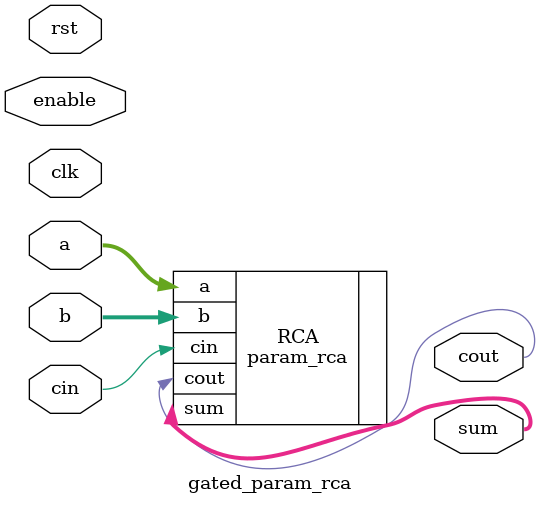
<source format=v>
`timescale 1ns / 1ps

module gated_param_rca #(
    parameter WIDTH = 8,
    parameter APPROX = 0
)(
    input  wire clk,
    input  wire rst,
    input  wire enable,
    input  wire [WIDTH-1:0] a,
    input  wire [WIDTH-1:0] b,
    input  wire cin,
    output wire [WIDTH-1:0] sum,
    output wire cout
);

wire gated_clk;

// Instantiate clock gating
clock_gating_cell CG (
    .clk(clk),
    .enable(enable),
    .rst(rst),
    .gated_clk(gated_clk)
);

// RCA works on gated clock
param_rca #(
    .WIDTH(WIDTH),
    .APPROX(APPROX)
) RCA (
    .a(a),
    .b(b),
    .cin(cin),
    .sum(sum),
    .cout(cout)
);

endmodule


</source>
